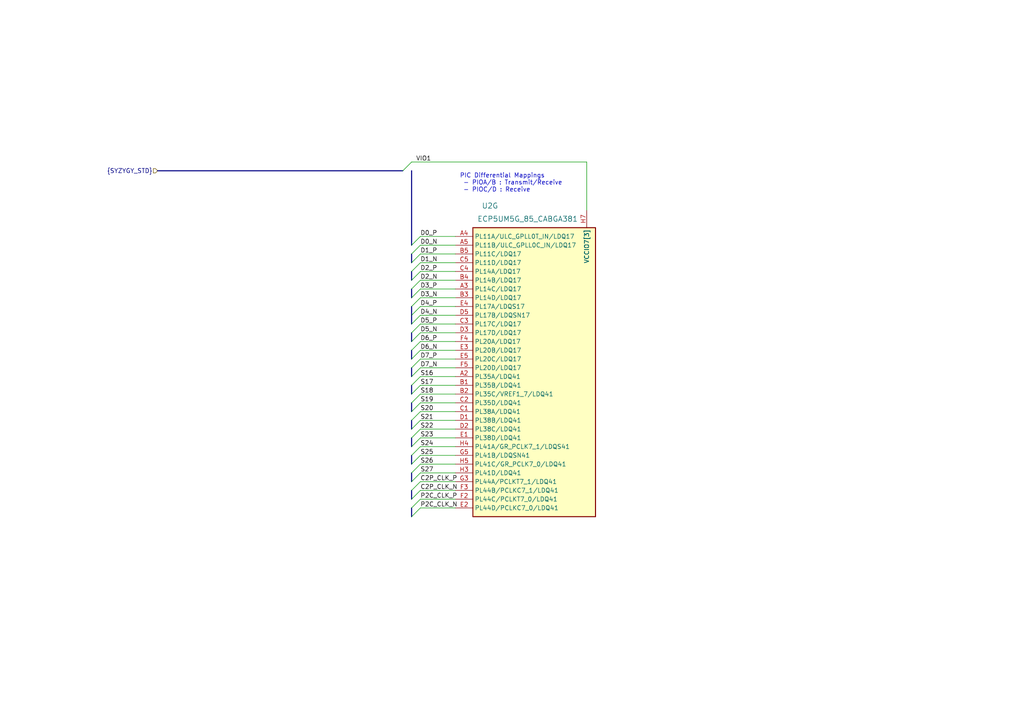
<source format=kicad_sch>
(kicad_sch (version 20200512) (host eeschema "5.99.0-unknown-c8476d6~101~ubuntu18.04.1")
  (page 10 20)
  (paper "A4")
  (lib_symbols
    (symbol "gkl_lattice:ECP5UM5G_85_CABGA381"
      (property "Reference" "U" (at 3.81 6.35 0))
      (property "Value" "ECP5UM5G_85_CABGA381" (at 3.81 3.81 0))
      (symbol "ECP5UM5G_85_CABGA381_1_1"
        (rectangle (start 5.08 16.51) (end 43.18 -11.43) (stroke (width 0.3048)) (fill (type background)))
        (pin power_in line (at 40.64 -16.51 90) (length 5.08) (name "GND[85]") (number "B14"))
        (pin power_in line (at 40.64 -16.51 90) (length 5.08) (name "GND[85]") (number "B7"))
        (pin power_in line (at 40.64 -16.51 90) (length 5.08) (name "GND[85]") (number "C19"))
        (pin power_in line (at 40.64 -16.51 90) (length 5.08) (name "GND[85]") (number "D4"))
        (pin power_in line (at 40.64 -16.51 90) (length 5.08) (name "GND[85]") (number "F13"))
        (pin power_in line (at 40.64 -16.51 90) (length 5.08) (name "GND[85]") (number "F14"))
        (pin power_in line (at 17.78 21.59 270) (length 5.08) (name "VCCAUX[4]") (number "F15"))
        (pin power_in line (at 17.78 21.59 270) (length 5.08) (name "VCCAUX[4]") (number "F6"))
        (pin power_in line (at 40.64 -16.51 90) (length 5.08) (name "GND[85]") (number "F7"))
        (pin power_in line (at 40.64 -16.51 90) (length 5.08) (name "GND[85]") (number "F8"))
        (pin power_in line (at 40.64 -16.51 90) (length 5.08) (name "GND[85]") (number "G10"))
        (pin power_in line (at 40.64 -16.51 90) (length 5.08) (name "GND[85]") (number "G11"))
        (pin power_in line (at 40.64 -16.51 90) (length 5.08) (name "GND[85]") (number "G12"))
        (pin power_in line (at 40.64 -16.51 90) (length 5.08) (name "GND[85]") (number "G13"))
        (pin power_in line (at 40.64 -16.51 90) (length 5.08) (name "GND[85]") (number "G14"))
        (pin power_in line (at 40.64 -16.51 90) (length 5.08) (name "GND[85]") (number "G15"))
        (pin power_in line (at 40.64 -16.51 90) (length 5.08) (name "GND[85]") (number "G17"))
        (pin power_in line (at 40.64 -16.51 90) (length 5.08) (name "GND[85]") (number "G4"))
        (pin power_in line (at 40.64 -16.51 90) (length 5.08) (name "GND[85]") (number "G6"))
        (pin power_in line (at 40.64 -16.51 90) (length 5.08) (name "GND[85]") (number "G7"))
        (pin power_in line (at 40.64 -16.51 90) (length 5.08) (name "GND[85]") (number "G8"))
        (pin power_in line (at 40.64 -16.51 90) (length 5.08) (name "GND[85]") (number "G9"))
        (pin power_in line (at 40.64 21.59 270) (length 5.08) (name "VCC[20]") (number "H10"))
        (pin power_in line (at 40.64 21.59 270) (length 5.08) (name "VCC[20]") (number "H11"))
        (pin power_in line (at 40.64 21.59 270) (length 5.08) (name "VCC[20]") (number "H12"))
        (pin power_in line (at 40.64 21.59 270) (length 5.08) (name "VCC[20]") (number "H13"))
        (pin power_in line (at 40.64 -16.51 90) (length 5.08) (name "GND[85]") (number "H19"))
        (pin power_in line (at 40.64 21.59 270) (length 5.08) (name "VCC[20]") (number "H8"))
        (pin power_in line (at 40.64 21.59 270) (length 5.08) (name "VCC[20]") (number "H9"))
        (pin power_in line (at 40.64 -16.51 90) (length 5.08) (name "GND[85]") (number "J10"))
        (pin power_in line (at 40.64 -16.51 90) (length 5.08) (name "GND[85]") (number "J11"))
        (pin power_in line (at 40.64 -16.51 90) (length 5.08) (name "GND[85]") (number "J12"))
        (pin power_in line (at 40.64 21.59 270) (length 5.08) (name "VCC[20]") (number "J13"))
        (pin power_in line (at 40.64 -16.51 90) (length 5.08) (name "GND[85]") (number "J14"))
        (pin power_in line (at 40.64 -16.51 90) (length 5.08) (name "GND[85]") (number "J2"))
        (pin power_in line (at 40.64 -16.51 90) (length 5.08) (name "GND[85]") (number "J7"))
        (pin power_in line (at 40.64 21.59 270) (length 5.08) (name "VCC[20]") (number "J8"))
        (pin power_in line (at 40.64 -16.51 90) (length 5.08) (name "GND[85]") (number "J9"))
        (pin power_in line (at 40.64 -16.51 90) (length 5.08) (name "GND[85]") (number "K10"))
        (pin power_in line (at 40.64 -16.51 90) (length 5.08) (name "GND[85]") (number "K11"))
        (pin power_in line (at 40.64 -16.51 90) (length 5.08) (name "GND[85]") (number "K12"))
        (pin power_in line (at 40.64 21.59 270) (length 5.08) (name "VCC[20]") (number "K13"))
        (pin power_in line (at 40.64 -16.51 90) (length 5.08) (name "GND[85]") (number "K14"))
        (pin power_in line (at 40.64 -16.51 90) (length 5.08) (name "GND[85]") (number "K15"))
        (pin power_in line (at 40.64 -16.51 90) (length 5.08) (name "GND[85]") (number "K6"))
        (pin power_in line (at 40.64 -16.51 90) (length 5.08) (name "GND[85]") (number "K7"))
        (pin power_in line (at 40.64 21.59 270) (length 5.08) (name "VCC[20]") (number "K8"))
        (pin power_in line (at 40.64 -16.51 90) (length 5.08) (name "GND[85]") (number "K9"))
        (pin power_in line (at 40.64 -16.51 90) (length 5.08) (name "GND[85]") (number "L10"))
        (pin power_in line (at 40.64 -16.51 90) (length 5.08) (name "GND[85]") (number "L11"))
        (pin power_in line (at 40.64 -16.51 90) (length 5.08) (name "GND[85]") (number "L12"))
        (pin power_in line (at 40.64 21.59 270) (length 5.08) (name "VCC[20]") (number "L13"))
        (pin power_in line (at 40.64 21.59 270) (length 5.08) (name "VCC[20]") (number "L8"))
        (pin power_in line (at 40.64 -16.51 90) (length 5.08) (name "GND[85]") (number "L9"))
        (pin power_in line (at 40.64 -16.51 90) (length 5.08) (name "GND[85]") (number "M10"))
        (pin power_in line (at 40.64 -16.51 90) (length 5.08) (name "GND[85]") (number "M11"))
        (pin power_in line (at 40.64 -16.51 90) (length 5.08) (name "GND[85]") (number "M12"))
        (pin power_in line (at 40.64 21.59 270) (length 5.08) (name "VCC[20]") (number "M13"))
        (pin power_in line (at 40.64 -16.51 90) (length 5.08) (name "GND[85]") (number "M14"))
        (pin power_in line (at 40.64 -16.51 90) (length 5.08) (name "GND[85]") (number "M16"))
        (pin power_in line (at 40.64 -16.51 90) (length 5.08) (name "GND[85]") (number "M2"))
        (pin power_in line (at 40.64 -16.51 90) (length 5.08) (name "GND[85]") (number "M7"))
        (pin power_in line (at 40.64 21.59 270) (length 5.08) (name "VCC[20]") (number "M8"))
        (pin power_in line (at 40.64 -16.51 90) (length 5.08) (name "GND[85]") (number "M9"))
        (pin power_in line (at 40.64 21.59 270) (length 5.08) (name "VCC[20]") (number "N10"))
        (pin power_in line (at 40.64 21.59 270) (length 5.08) (name "VCC[20]") (number "N11"))
        (pin power_in line (at 40.64 21.59 270) (length 5.08) (name "VCC[20]") (number "N12"))
        (pin power_in line (at 40.64 21.59 270) (length 5.08) (name "VCC[20]") (number "N13"))
        (pin power_in line (at 40.64 -16.51 90) (length 5.08) (name "GND[85]") (number "N14"))
        (pin power_in line (at 40.64 -16.51 90) (length 5.08) (name "GND[85]") (number "N15"))
        (pin power_in line (at 40.64 -16.51 90) (length 5.08) (name "GND[85]") (number "N6"))
        (pin power_in line (at 40.64 -16.51 90) (length 5.08) (name "GND[85]") (number "N7"))
        (pin power_in line (at 40.64 21.59 270) (length 5.08) (name "VCC[20]") (number "N8"))
        (pin power_in line (at 40.64 21.59 270) (length 5.08) (name "VCC[20]") (number "N9"))
        (pin power_in line (at 40.64 -16.51 90) (length 5.08) (name "GND[85]") (number "P11"))
        (pin power_in line (at 40.64 -16.51 90) (length 5.08) (name "GND[85]") (number "P12"))
        (pin power_in line (at 40.64 -16.51 90) (length 5.08) (name "GND[85]") (number "P13"))
        (pin power_in line (at 40.64 -16.51 90) (length 5.08) (name "GND[85]") (number "P14"))
        (pin power_in line (at 17.78 21.59 270) (length 5.08) (name "VCCAUX[4]") (number "P15"))
        (pin power_in line (at 17.78 21.59 270) (length 5.08) (name "VCCAUX[4]") (number "P6"))
        (pin power_in line (at 40.64 -16.51 90) (length 5.08) (name "GND[85]") (number "P7"))
        (pin power_in line (at 40.64 -16.51 90) (length 5.08) (name "GND[85]") (number "P8"))
        (pin power_in line (at 40.64 -16.51 90) (length 5.08) (name "GND[85]") (number "R19"))
        (pin power_in line (at 35.56 21.59 270) (length 5.08) (name "VCCHTX1_D0CH1") (number "T10"))
        (pin power_in line (at 33.02 21.59 270) (length 5.08) (name "VCCHTX0_D1CH0") (number "T11"))
        (pin power_in line (at 22.86 21.59 270) (length 5.08) (name "VCCHRX0_D1CH0") (number "T12"))
        (pin power_in line (at 27.94 21.59 270) (length 5.08) (name "VCCHRX1_D1CH1") (number "T13"))
        (pin power_in line (at 38.1 21.59 270) (length 5.08) (name "VCCHTX1_D1CH1") (number "T14"))
        (pin power_in line (at 10.16 21.59 270) (length 5.08) (name "VCCA1[2]") (number "T15"))
        (pin power_in line (at 7.62 21.59 270) (length 5.08) (name "VCCA0[2]") (number "T6"))
        (pin power_in line (at 30.48 21.59 270) (length 5.08) (name "VCCHTX0_D0CH0") (number "T7"))
        (pin power_in line (at 20.32 21.59 270) (length 5.08) (name "VCCHRX0_D0CH0") (number "T8"))
        (pin power_in line (at 25.4 21.59 270) (length 5.08) (name "VCCHRX1_D0CH1") (number "T9"))
        (pin power_in line (at 40.64 -16.51 90) (length 5.08) (name "GND[85]") (number "U10"))
        (pin power_in line (at 40.64 -16.51 90) (length 5.08) (name "GND[85]") (number "U11"))
        (pin power_in line (at 40.64 -16.51 90) (length 5.08) (name "GND[85]") (number "U12"))
        (pin power_in line (at 40.64 -16.51 90) (length 5.08) (name "GND[85]") (number "U13"))
        (pin power_in line (at 40.64 -16.51 90) (length 5.08) (name "GND[85]") (number "U14"))
        (pin power_in line (at 10.16 21.59 270) (length 5.08) (name "VCCA1[2]") (number "U15"))
        (pin power_in line (at 7.62 21.59 270) (length 5.08) (name "VCCA0[2]") (number "U6"))
        (pin power_in line (at 40.64 -16.51 90) (length 5.08) (name "GND[85]") (number "U7"))
        (pin power_in line (at 40.64 -16.51 90) (length 5.08) (name "GND[85]") (number "U8"))
        (pin power_in line (at 40.64 -16.51 90) (length 5.08) (name "GND[85]") (number "U9"))
        (pin power_in line (at 12.7 21.59 270) (length 5.08) (name "VCCAUXA0[2]") (number "V10"))
        (pin power_in line (at 12.7 21.59 270) (length 5.08) (name "VCCAUXA0[2]") (number "V11"))
        (pin power_in line (at 40.64 -16.51 90) (length 5.08) (name "GND[85]") (number "V12"))
        (pin power_in line (at 40.64 -16.51 90) (length 5.08) (name "GND[85]") (number "V13"))
        (pin power_in line (at 40.64 -16.51 90) (length 5.08) (name "GND[85]") (number "V14"))
        (pin power_in line (at 40.64 -16.51 90) (length 5.08) (name "GND[85]") (number "V15"))
        (pin power_in line (at 40.64 -16.51 90) (length 5.08) (name "GND[85]") (number "V16"))
        (pin power_in line (at 15.24 21.59 270) (length 5.08) (name "VCCAUXA1[2]") (number "V17"))
        (pin power_in line (at 15.24 21.59 270) (length 5.08) (name "VCCAUXA1[2]") (number "V18"))
        (pin power_in line (at 40.64 -16.51 90) (length 5.08) (name "GND[85]") (number "V19"))
        (pin power_in line (at 40.64 -16.51 90) (length 5.08) (name "GND[85]") (number "V20"))
        (pin power_in line (at 40.64 -16.51 90) (length 5.08) (name "GND[85]") (number "V5"))
        (pin power_in line (at 40.64 -16.51 90) (length 5.08) (name "GND[85]") (number "V6"))
        (pin power_in line (at 40.64 -16.51 90) (length 5.08) (name "GND[85]") (number "V7"))
        (pin power_in line (at 40.64 -16.51 90) (length 5.08) (name "GND[85]") (number "V8"))
        (pin power_in line (at 40.64 -16.51 90) (length 5.08) (name "GND[85]") (number "V9"))
        (pin bidirectional line (at 0 0 0) (length 5.08) (name "RESERVED") (number "W10"))
        (pin bidirectional line (at 0 -2.54 0) (length 5.08) (name "RESERVED") (number "W11"))
        (pin power_in line (at 40.64 -16.51 90) (length 5.08) (name "GND[85]") (number "W12"))
        (pin power_in line (at 40.64 -16.51 90) (length 5.08) (name "GND[85]") (number "W15"))
        (pin power_in line (at 40.64 -16.51 90) (length 5.08) (name "GND[85]") (number "W16"))
        (pin power_in line (at 40.64 -16.51 90) (length 5.08) (name "GND[85]") (number "W19"))
        (pin power_in line (at 40.64 -16.51 90) (length 5.08) (name "GND[85]") (number "W6"))
        (pin power_in line (at 40.64 -16.51 90) (length 5.08) (name "GND[85]") (number "W7"))
      )
      (symbol "ECP5UM5G_85_CABGA381_2_1"
        (rectangle (start 5.08 2.54) (end 40.64 -68.58) (stroke (width 0.3048)) (fill (type background)))
        (pin bidirectional line (at 0 -58.42 0) (length 5.08) (name "PT63A/PCLKT0_1") (number "A10"))
        (pin bidirectional line (at 0 -60.96 0) (length 5.08) (name "PT63B/PCLKC0_1") (number "A11"))
        (pin bidirectional line (at 0 0 0) (length 5.08) (name "PT4A/ULC_GPLL1T_IN") (number "A6"))
        (pin bidirectional line (at 0 -30.48 0) (length 5.08) (name "PT18A") (number "A7"))
        (pin bidirectional line (at 0 -33.02 0) (length 5.08) (name "PT18B") (number "A8"))
        (pin bidirectional line (at 0 -53.34 0) (length 5.08) (name "PT60A/GR_PCLK0_1") (number "A9"))
        (pin bidirectional line (at 0 -55.88 0) (length 5.08) (name "PT60B/GR_PCLK0_0") (number "B10"))
        (pin bidirectional line (at 0 -63.5 0) (length 5.08) (name "PT65A/PCLKT0_0") (number "B11"))
        (pin bidirectional line (at 0 -2.54 0) (length 5.08) (name "PT4B/ULC_GPLL1C_IN") (number "B6"))
        (pin bidirectional line (at 0 -27.94 0) (length 5.08) (name "PT15B") (number "B8"))
        (pin bidirectional line (at 0 -48.26 0) (length 5.08) (name "PT58A") (number "B9"))
        (pin bidirectional line (at 0 -50.8 0) (length 5.08) (name "PT58B") (number "C10"))
        (pin bidirectional line (at 0 -66.04 0) (length 5.08) (name "PT65B/PCLKC0_0") (number "C11"))
        (pin bidirectional line (at 0 -15.24 0) (length 5.08) (name "PT11A") (number "C6"))
        (pin bidirectional line (at 0 -17.78 0) (length 5.08) (name "PT11B") (number "C7"))
        (pin bidirectional line (at 0 -25.4 0) (length 5.08) (name "PT15A") (number "C8"))
        (pin bidirectional line (at 0 -40.64 0) (length 5.08) (name "PT54A") (number "C9"))
        (pin bidirectional line (at 0 -43.18 0) (length 5.08) (name "PT56A") (number "D10"))
        (pin bidirectional line (at 0 -7.62 0) (length 5.08) (name "PT6B") (number "D6"))
        (pin bidirectional line (at 0 -12.7 0) (length 5.08) (name "PT9B") (number "D7"))
        (pin bidirectional line (at 0 -22.86 0) (length 5.08) (name "PT13B") (number "D8"))
        (pin bidirectional line (at 0 -35.56 0) (length 5.08) (name "PT20A") (number "D9"))
        (pin bidirectional line (at 0 -45.72 0) (length 5.08) (name "PT56B") (number "E10"))
        (pin bidirectional line (at 0 -5.08 0) (length 5.08) (name "PT6A") (number "E6"))
        (pin bidirectional line (at 0 -10.16 0) (length 5.08) (name "PT9A") (number "E7"))
        (pin bidirectional line (at 0 -20.32 0) (length 5.08) (name "PT13A") (number "E8"))
        (pin bidirectional line (at 0 -38.1 0) (length 5.08) (name "PT20B") (number "E9"))
        (pin power_in line (at 38.1 7.62 270) (length 5.08) (name "VCCIO0[2]") (number "F10"))
        (pin power_in line (at 38.1 7.62 270) (length 5.08) (name "VCCIO0[2]") (number "F9"))
      )
      (symbol "ECP5UM5G_85_CABGA381_3_1"
        (rectangle (start 5.08 2.54) (end 40.64 -83.82) (stroke (width 0.3048)) (fill (type background)))
        (pin bidirectional line (at 0 -15.24 0) (length 5.08) (name "PT76A") (number "A12"))
        (pin bidirectional line (at 0 -17.78 0) (length 5.08) (name "PT76B") (number "A13"))
        (pin bidirectional line (at 0 -30.48 0) (length 5.08) (name "PT83A") (number "A14"))
        (pin bidirectional line (at 0 -40.64 0) (length 5.08) (name "PT103A") (number "A15"))
        (pin bidirectional line (at 0 -53.34 0) (length 5.08) (name "PT110A") (number "A16"))
        (pin bidirectional line (at 0 -68.58 0) (length 5.08) (name "PT116A") (number "A17"))
        (pin bidirectional line (at 0 -73.66 0) (length 5.08) (name "PT119A") (number "A18"))
        (pin bidirectional line (at 0 -78.74 0) (length 5.08) (name "PT121A/URC_GPLL1T_IN") (number "A19"))
        (pin bidirectional line (at 0 -5.08 0) (length 5.08) (name "PT71A/PCLKT1_0") (number "B12"))
        (pin bidirectional line (at 0 -20.32 0) (length 5.08) (name "PT78A") (number "B13"))
        (pin bidirectional line (at 0 -43.18 0) (length 5.08) (name "PT105A") (number "B15"))
        (pin bidirectional line (at 0 -55.88 0) (length 5.08) (name "PT110B") (number "B16"))
        (pin bidirectional line (at 0 -63.5 0) (length 5.08) (name "PT114A") (number "B17"))
        (pin bidirectional line (at 0 -71.12 0) (length 5.08) (name "PT116B") (number "B18"))
        (pin bidirectional line (at 0 -76.2 0) (length 5.08) (name "PT119B") (number "B19"))
        (pin bidirectional line (at 0 -81.28 0) (length 5.08) (name "PT121B/URC_GPLL1C_IN") (number "B20"))
        (pin bidirectional line (at 0 -7.62 0) (length 5.08) (name "PT71B/PCLKC1_0") (number "C12"))
        (pin bidirectional line (at 0 -22.86 0) (length 5.08) (name "PT78B") (number "C13"))
        (pin bidirectional line (at 0 -33.02 0) (length 5.08) (name "PT83B") (number "C14"))
        (pin bidirectional line (at 0 -45.72 0) (length 5.08) (name "PT105B") (number "C15"))
        (pin bidirectional line (at 0 -58.42 0) (length 5.08) (name "PT112A") (number "C16"))
        (pin bidirectional line (at 0 -66.04 0) (length 5.08) (name "PT114B") (number "C17"))
        (pin bidirectional line (at 0 0 0) (length 5.08) (name "PT69A/PCLKT1_1") (number "D11"))
        (pin bidirectional line (at 0 -10.16 0) (length 5.08) (name "PT74A/GR_PCLK1_0") (number "D12"))
        (pin bidirectional line (at 0 -25.4 0) (length 5.08) (name "PT80A") (number "D13"))
        (pin bidirectional line (at 0 -35.56 0) (length 5.08) (name "PT85A") (number "D14"))
        (pin bidirectional line (at 0 -48.26 0) (length 5.08) (name "PT107A") (number "D15"))
        (pin bidirectional line (at 0 -60.96 0) (length 5.08) (name "PT112B") (number "D16"))
        (pin bidirectional line (at 0 -2.54 0) (length 5.08) (name "PT69B/PCLKC1_1") (number "E11"))
        (pin bidirectional line (at 0 -12.7 0) (length 5.08) (name "PT74B/GR_PCLK1_1") (number "E12"))
        (pin bidirectional line (at 0 -27.94 0) (length 5.08) (name "PT80B") (number "E13"))
        (pin bidirectional line (at 0 -38.1 0) (length 5.08) (name "PT85B") (number "E14"))
        (pin bidirectional line (at 0 -50.8 0) (length 5.08) (name "PT107B") (number "E15"))
        (pin power_in line (at 38.1 7.62 270) (length 5.08) (name "VCCIO1[2]") (number "F11"))
        (pin power_in line (at 38.1 7.62 270) (length 5.08) (name "VCCIO1[2]") (number "F12"))
      )
      (symbol "ECP5UM5G_85_CABGA381_4_1"
        (rectangle (start 5.08 2.54) (end 40.64 -86.36) (stroke (width 0.3048)) (fill (type background)))
        (pin bidirectional line (at 0 0 0) (length 5.08) (name "PR11A/URC_GPLL0T_IN/RDQ17") (number "C18"))
        (pin bidirectional line (at 0 -45.72 0) (length 5.08) (name "PR35A/RDQ41") (number "C20"))
        (pin bidirectional line (at 0 -2.54 0) (length 5.08) (name "PR11B/URC_GPLL0C_IN/RDQ17") (number "D17"))
        (pin bidirectional line (at 0 -10.16 0) (length 5.08) (name "PR14A/RDQ17") (number "D18"))
        (pin bidirectional line (at 0 -48.26 0) (length 5.08) (name "PR35B/RDQ41") (number "D19"))
        (pin bidirectional line (at 0 -50.8 0) (length 5.08) (name "PR35C/VREF1_2/RDQ41") (number "D20"))
        (pin bidirectional line (at 0 -5.08 0) (length 5.08) (name "PR11C/RDQ17") (number "E16"))
        (pin bidirectional line (at 0 -12.7 0) (length 5.08) (name "PR14B/RDQ17") (number "E17"))
        (pin bidirectional line (at 0 -15.24 0) (length 5.08) (name "PR14C/RDQ17") (number "E18"))
        (pin bidirectional line (at 0 -53.34 0) (length 5.08) (name "PR35D/RDQ41") (number "E19"))
        (pin bidirectional line (at 0 -55.88 0) (length 5.08) (name "PR38A/RDQ41") (number "E20"))
        (pin bidirectional line (at 0 -7.62 0) (length 5.08) (name "PR11D/RDQ17") (number "F16"))
        (pin bidirectional line (at 0 -20.32 0) (length 5.08) (name "PR17A/RDQS17") (number "F17"))
        (pin bidirectional line (at 0 -17.78 0) (length 5.08) (name "PR14D/RDQ17") (number "F18"))
        (pin bidirectional line (at 0 -58.42 0) (length 5.08) (name "PR38B/RDQ41") (number "F19"))
        (pin bidirectional line (at 0 -60.96 0) (length 5.08) (name "PR38C/RDQ41") (number "F20"))
        (pin bidirectional line (at 0 -25.4 0) (length 5.08) (name "PR17C/RDQ17") (number "G16"))
        (pin bidirectional line (at 0 -22.86 0) (length 5.08) (name "PR17B/RDQSN17") (number "G18"))
        (pin bidirectional line (at 0 -66.04 0) (length 5.08) (name "PR41A/GR_PCLK2_1/RDQS41") (number "G19"))
        (pin bidirectional line (at 0 -63.5 0) (length 5.08) (name "PR38D/RDQ41") (number "G20"))
        (pin power_in line (at 38.1 7.62 270) (length 5.08) (name "VCCIO2[3]") (number "H14"))
        (pin power_in line (at 38.1 7.62 270) (length 5.08) (name "VCCIO2[3]") (number "H15"))
        (pin bidirectional line (at 0 -27.94 0) (length 5.08) (name "PR17D/RDQ17") (number "H16"))
        (pin bidirectional line (at 0 -33.02 0) (length 5.08) (name "PR20B/RDQ17") (number "H17"))
        (pin bidirectional line (at 0 -30.48 0) (length 5.08) (name "PR20A/RDQ17") (number "H18"))
        (pin bidirectional line (at 0 -68.58 0) (length 5.08) (name "PR41B/RDQSN41") (number "H20"))
        (pin power_in line (at 38.1 7.62 270) (length 5.08) (name "VCCIO2[3]") (number "J15"))
        (pin bidirectional line (at 0 -38.1 0) (length 5.08) (name "PR20D/RDQ17") (number "J16"))
        (pin bidirectional line (at 0 -35.56 0) (length 5.08) (name "PR20C/RDQ17") (number "J17"))
        (pin bidirectional line (at 0 -71.12 0) (length 5.08) (name "PR41C/GR_PCLK2_0/RDQ41") (number "J18"))
        (pin bidirectional line (at 0 -76.2 0) (length 5.08) (name "PR44A/PCLKT2_1/RDQ41") (number "J19"))
        (pin bidirectional line (at 0 -81.28 0) (length 5.08) (name "PR44C/PCLKT2_0/RDQ41") (number "J20"))
        (pin bidirectional line (at 0 -40.64 0) (length 5.08) (name "PR29A/RDQS29") (number "K16"))
        (pin bidirectional line (at 0 -43.18 0) (length 5.08) (name "PR29B/RDQSN29") (number "K17"))
        (pin bidirectional line (at 0 -73.66 0) (length 5.08) (name "PR41D/RDQ41") (number "K18"))
        (pin bidirectional line (at 0 -78.74 0) (length 5.08) (name "PR44B/PCLKC2_1/RDQ41") (number "K19"))
        (pin bidirectional line (at 0 -83.82 0) (length 5.08) (name "PR44D/PCLKC2_0/RDQ41") (number "K20"))
      )
      (symbol "ECP5UM5G_85_CABGA381_5_1"
        (rectangle (start 5.08 2.54) (end 40.64 -83.82) (stroke (width 0.3048)) (fill (type background)))
        (pin power_in line (at 38.1 7.62 270) (length 5.08) (name "VCCIO3[3]") (number "L14"))
        (pin power_in line (at 38.1 7.62 270) (length 5.08) (name "VCCIO3[3]") (number "L15"))
        (pin bidirectional line (at 0 -10.16 0) (length 5.08) (name "PR50A/GR_PCLK3_0/RDQ53") (number "L16"))
        (pin bidirectional line (at 0 -12.7 0) (length 5.08) (name "PR50B/RDQ53") (number "L17"))
        (pin bidirectional line (at 0 -15.24 0) (length 5.08) (name "PR50C/GR_PCLK3_1/RDQ53") (number "L18"))
        (pin bidirectional line (at 0 -5.08 0) (length 5.08) (name "PR47C/PCLKT3_0/RDQ53") (number "L19"))
        (pin bidirectional line (at 0 0 0) (length 5.08) (name "PR47A/PCLKT3_1/RDQ53") (number "L20"))
        (pin power_in line (at 38.1 7.62 270) (length 5.08) (name "VCCIO3[3]") (number "M15"))
        (pin bidirectional line (at 0 -22.86 0) (length 5.08) (name "PR53B/RDQSN53") (number "M17"))
        (pin bidirectional line (at 0 -17.78 0) (length 5.08) (name "PR50D/RDQ53") (number "M18"))
        (pin bidirectional line (at 0 -7.62 0) (length 5.08) (name "PR47D/PCLKC3_0/RDQ53") (number "M19"))
        (pin bidirectional line (at 0 -2.54 0) (length 5.08) (name "PR47B/PCLKC3_1/RDQ53") (number "M20"))
        (pin bidirectional line (at 0 -20.32 0) (length 5.08) (name "PR53A/RDQS53") (number "N16"))
        (pin bidirectional line (at 0 -30.48 0) (length 5.08) (name "PR56A/RDQ53") (number "N17"))
        (pin bidirectional line (at 0 -25.4 0) (length 5.08) (name "PR53C/RDQ53") (number "N18"))
        (pin bidirectional line (at 0 -43.18 0) (length 5.08) (name "PR83A/RDQ89") (number "N19"))
        (pin bidirectional line (at 0 -45.72 0) (length 5.08) (name "PR83B/RDQ89") (number "N20"))
        (pin bidirectional line (at 0 -33.02 0) (length 5.08) (name "PR56B/VREF1_3/RDQ53") (number "P16"))
        (pin bidirectional line (at 0 -27.94 0) (length 5.08) (name "PR53D/RDQ53") (number "P17"))
        (pin bidirectional line (at 0 -50.8 0) (length 5.08) (name "PR83D/RDQ89") (number "P18"))
        (pin bidirectional line (at 0 -48.26 0) (length 5.08) (name "PR83C/RDQ89") (number "P19"))
        (pin bidirectional line (at 0 -53.34 0) (length 5.08) (name "PR86A/RDQ89") (number "P20"))
        (pin bidirectional line (at 0 -35.56 0) (length 5.08) (name "PR56C/RDQ53") (number "R16"))
        (pin bidirectional line (at 0 -38.1 0) (length 5.08) (name "PR56D/RDQ53") (number "R17"))
        (pin bidirectional line (at 0 -66.04 0) (length 5.08) (name "PR89B/RDQSN89") (number "R18"))
        (pin bidirectional line (at 0 -55.88 0) (length 5.08) (name "PR86B/RDQ89") (number "R20"))
        (pin bidirectional line (at 0 -40.64 0) (length 5.08) (name "PR77A/RDQS77") (number "T16"))
        (pin bidirectional line (at 0 -81.28 0) (length 5.08) (name "PR92D/LRC_GPLL0C_IN/RDQ89") (number "T17"))
        (pin bidirectional line (at 0 -71.12 0) (length 5.08) (name "PR89D/RDQ89") (number "T18"))
        (pin bidirectional line (at 0 -63.5 0) (length 5.08) (name "PR89A/RDQS89") (number "T19"))
        (pin bidirectional line (at 0 -58.42 0) (length 5.08) (name "PR86C/RDQ89") (number "T20"))
        (pin bidirectional line (at 0 -78.74 0) (length 5.08) (name "PR92C/LRC_GPLL0T_IN/RDQ89") (number "U16"))
        (pin bidirectional line (at 0 -76.2 0) (length 5.08) (name "PR92B/RDQ89") (number "U17"))
        (pin bidirectional line (at 0 -73.66 0) (length 5.08) (name "PR92A/RDQ89") (number "U18"))
        (pin bidirectional line (at 0 -68.58 0) (length 5.08) (name "PR89C/RDQ89") (number "U19"))
        (pin bidirectional line (at 0 -60.96 0) (length 5.08) (name "PR86D/RDQ89") (number "U20"))
      )
      (symbol "ECP5UM5G_85_CABGA381_6_1"
        (rectangle (start 5.08 2.54) (end 40.64 -83.82) (stroke (width 0.3048)) (fill (type background)))
        (pin bidirectional line (at 0 -2.54 0) (length 5.08) (name "PL47B/PCLKC6_1/LDQ53") (number "F1"))
        (pin bidirectional line (at 0 -7.62 0) (length 5.08) (name "PL47D/PCLKC6_0/LDQ53") (number "G1"))
        (pin bidirectional line (at 0 0 0) (length 5.08) (name "PL47A/PCLKT6_1/LDQ53") (number "G2"))
        (pin bidirectional line (at 0 -25.4 0) (length 5.08) (name "PL53C/LDQ53") (number "H1"))
        (pin bidirectional line (at 0 -5.08 0) (length 5.08) (name "PL47C/PCLKT6_0/LDQ53") (number "H2"))
        (pin bidirectional line (at 0 -22.86 0) (length 5.08) (name "PL53B/LDQSN53") (number "J1"))
        (pin bidirectional line (at 0 -15.24 0) (length 5.08) (name "PL50C/GR_PCLK6_1/LDQ53") (number "J3"))
        (pin bidirectional line (at 0 -10.16 0) (length 5.08) (name "PL50A/GR_PCLK6_0/LDQ53") (number "J4"))
        (pin bidirectional line (at 0 -12.7 0) (length 5.08) (name "PL50B/LDQ53") (number "J5"))
        (pin bidirectional line (at 0 -27.94 0) (length 5.08) (name "PL53D/LDQ53") (number "K1"))
        (pin bidirectional line (at 0 -20.32 0) (length 5.08) (name "PL53A/LDQS53") (number "K2"))
        (pin bidirectional line (at 0 -17.78 0) (length 5.08) (name "PL50D/LDQ53") (number "K3"))
        (pin bidirectional line (at 0 -30.48 0) (length 5.08) (name "PL56A/LDQ53") (number "K4"))
        (pin bidirectional line (at 0 -33.02 0) (length 5.08) (name "PL56B/VREF1_6/LDQ53") (number "K5"))
        (pin bidirectional line (at 0 -68.58 0) (length 5.08) (name "PL89C/LDQ89") (number "L1"))
        (pin bidirectional line (at 0 -60.96 0) (length 5.08) (name "PL86D/LDQ89") (number "L2"))
        (pin bidirectional line (at 0 -58.42 0) (length 5.08) (name "PL86C/LDQ89") (number "L3"))
        (pin bidirectional line (at 0 -35.56 0) (length 5.08) (name "PL56C/LDQ53") (number "L4"))
        (pin bidirectional line (at 0 -38.1 0) (length 5.08) (name "PL56D/LDQ53") (number "L5"))
        (pin power_in line (at 38.1 7.62 270) (length 5.08) (name "VCCIO6[3]") (number "L6"))
        (pin power_in line (at 38.1 7.62 270) (length 5.08) (name "VCCIO6[3]") (number "L7"))
        (pin bidirectional line (at 0 -66.04 0) (length 5.08) (name "PL89B/LDQSN89") (number "M1"))
        (pin bidirectional line (at 0 -55.88 0) (length 5.08) (name "PL86B/LDQ89") (number "M3"))
        (pin bidirectional line (at 0 -43.18 0) (length 5.08) (name "PL83A/LDQ89") (number "M4"))
        (pin bidirectional line (at 0 -40.64 0) (length 5.08) (name "PL77A/LDQS77") (number "M5"))
        (pin power_in line (at 38.1 7.62 270) (length 5.08) (name "VCCIO6[3]") (number "M6"))
        (pin bidirectional line (at 0 -71.12 0) (length 5.08) (name "PL89D/LDQ89") (number "N1"))
        (pin bidirectional line (at 0 -63.5 0) (length 5.08) (name "PL89A/LDQS89") (number "N2"))
        (pin bidirectional line (at 0 -53.34 0) (length 5.08) (name "PL86A/LDQ89") (number "N3"))
        (pin bidirectional line (at 0 -48.26 0) (length 5.08) (name "PL83C/LDQ89") (number "N4"))
        (pin bidirectional line (at 0 -45.72 0) (length 5.08) (name "PL83B/LDQ89") (number "N5"))
        (pin bidirectional line (at 0 -73.66 0) (length 5.08) (name "PL92A/LDQ89") (number "P1"))
        (pin bidirectional line (at 0 -76.2 0) (length 5.08) (name "PL92B/LDQ89") (number "P2"))
        (pin bidirectional line (at 0 -78.74 0) (length 5.08) (name "PL92C/LLC_GPLL0T_IN/LDQ89") (number "P3"))
        (pin bidirectional line (at 0 -81.28 0) (length 5.08) (name "PL92D/LLC_GPLL0C_IN/LDQ89") (number "P4"))
        (pin bidirectional line (at 0 -50.8 0) (length 5.08) (name "PL83D/LDQ89") (number "P5"))
      )
      (symbol "ECP5UM5G_85_CABGA381_7_1"
        (rectangle (start 5.08 2.54) (end 40.64 -81.28) (stroke (width 0.3048)) (fill (type background)))
        (pin bidirectional line (at 0 -40.64 0) (length 5.08) (name "PL35A/LDQ41") (number "A2"))
        (pin bidirectional line (at 0 -15.24 0) (length 5.08) (name "PL14C/LDQ17") (number "A3"))
        (pin bidirectional line (at 0 0 0) (length 5.08) (name "PL11A/ULC_GPLL0T_IN/LDQ17") (number "A4"))
        (pin bidirectional line (at 0 -2.54 0) (length 5.08) (name "PL11B/ULC_GPLL0C_IN/LDQ17") (number "A5"))
        (pin bidirectional line (at 0 -43.18 0) (length 5.08) (name "PL35B/LDQ41") (number "B1"))
        (pin bidirectional line (at 0 -45.72 0) (length 5.08) (name "PL35C/VREF1_7/LDQ41") (number "B2"))
        (pin bidirectional line (at 0 -17.78 0) (length 5.08) (name "PL14D/LDQ17") (number "B3"))
        (pin bidirectional line (at 0 -12.7 0) (length 5.08) (name "PL14B/LDQ17") (number "B4"))
        (pin bidirectional line (at 0 -5.08 0) (length 5.08) (name "PL11C/LDQ17") (number "B5"))
        (pin bidirectional line (at 0 -50.8 0) (length 5.08) (name "PL38A/LDQ41") (number "C1"))
        (pin bidirectional line (at 0 -48.26 0) (length 5.08) (name "PL35D/LDQ41") (number "C2"))
        (pin bidirectional line (at 0 -25.4 0) (length 5.08) (name "PL17C/LDQ17") (number "C3"))
        (pin bidirectional line (at 0 -10.16 0) (length 5.08) (name "PL14A/LDQ17") (number "C4"))
        (pin bidirectional line (at 0 -7.62 0) (length 5.08) (name "PL11D/LDQ17") (number "C5"))
        (pin bidirectional line (at 0 -53.34 0) (length 5.08) (name "PL38B/LDQ41") (number "D1"))
        (pin bidirectional line (at 0 -55.88 0) (length 5.08) (name "PL38C/LDQ41") (number "D2"))
        (pin bidirectional line (at 0 -27.94 0) (length 5.08) (name "PL17D/LDQ17") (number "D3"))
        (pin bidirectional line (at 0 -22.86 0) (length 5.08) (name "PL17B/LDQSN17") (number "D5"))
        (pin bidirectional line (at 0 -58.42 0) (length 5.08) (name "PL38D/LDQ41") (number "E1"))
        (pin bidirectional line (at 0 -78.74 0) (length 5.08) (name "PL44D/PCLKC7_0/LDQ41") (number "E2"))
        (pin bidirectional line (at 0 -33.02 0) (length 5.08) (name "PL20B/LDQ17") (number "E3"))
        (pin bidirectional line (at 0 -20.32 0) (length 5.08) (name "PL17A/LDQS17") (number "E4"))
        (pin bidirectional line (at 0 -35.56 0) (length 5.08) (name "PL20C/LDQ17") (number "E5"))
        (pin bidirectional line (at 0 -76.2 0) (length 5.08) (name "PL44C/PCLKT7_0/LDQ41") (number "F2"))
        (pin bidirectional line (at 0 -73.66 0) (length 5.08) (name "PL44B/PCLKC7_1/LDQ41") (number "F3"))
        (pin bidirectional line (at 0 -30.48 0) (length 5.08) (name "PL20A/LDQ17") (number "F4"))
        (pin bidirectional line (at 0 -38.1 0) (length 5.08) (name "PL20D/LDQ17") (number "F5"))
        (pin bidirectional line (at 0 -71.12 0) (length 5.08) (name "PL44A/PCLKT7_1/LDQ41") (number "G3"))
        (pin bidirectional line (at 0 -63.5 0) (length 5.08) (name "PL41B/LDQSN41") (number "G5"))
        (pin bidirectional line (at 0 -68.58 0) (length 5.08) (name "PL41D/LDQ41") (number "H3"))
        (pin bidirectional line (at 0 -60.96 0) (length 5.08) (name "PL41A/GR_PCLK7_1/LDQS41") (number "H4"))
        (pin bidirectional line (at 0 -66.04 0) (length 5.08) (name "PL41C/GR_PCLK7_0/LDQ41") (number "H5"))
        (pin power_in line (at 38.1 7.62 270) (length 5.08) (name "VCCIO7[3]") (number "H6"))
        (pin power_in line (at 38.1 7.62 270) (length 5.08) (name "VCCIO7[3]") (number "H7"))
        (pin power_in line (at 38.1 7.62 270) (length 5.08) (name "VCCIO7[3]") (number "J6"))
      )
      (symbol "ECP5UM5G_85_CABGA381_8_1"
        (rectangle (start 5.08 2.54) (end 45.72 -50.8) (stroke (width 0.3048)) (fill (type background)))
        (pin power_in line (at 43.18 7.62 270) (length 5.08) (name "VCCIO8[2]") (number "P10"))
        (pin power_in line (at 43.18 7.62 270) (length 5.08) (name "VCCIO8[2]") (number "P9"))
        (pin bidirectional line (at 0 -15.24 0) (length 5.08) (name "PB4A/D7/IO7") (number "R1"))
        (pin bidirectional line (at 0 -40.64 0) (length 5.08) (name "PB15A/HOLDN/DI/BUSY/CSSPIN/CEN") (number "R2"))
        (pin bidirectional line (at 0 -43.18 0) (length 5.08) (name "PB15B/DOUT/CSON") (number "R3"))
        (pin bidirectional line (at 0 -7.62 0) (length 5.08) (name "CFG_2") (number "R4"))
        (pin bidirectional line (at 0 -17.78 0) (length 5.08) (name "PB4B/D6/IO6") (number "T1"))
        (pin bidirectional line (at 0 -35.56 0) (length 5.08) (name "PB13A/SN/CSN") (number "T2"))
        (pin bidirectional line (at 0 -45.72 0) (length 5.08) (name "PB18A/WRITEN") (number "T3"))
        (pin bidirectional line (at 0 -5.08 0) (length 5.08) (name "CFG_1") (number "T4"))
        (pin bidirectional line (at 0 -20.32 0) (length 5.08) (name "PB6A/D5/MISO2/IO5") (number "U1"))
        (pin bidirectional line (at 0 -38.1 0) (length 5.08) (name "PB13B/CS1N") (number "U2"))
        (pin bidirectional line (at 0 0 0) (length 5.08) (name "CCLK/MCLK/SCK") (number "U3"))
        (pin bidirectional line (at 0 -2.54 0) (length 5.08) (name "CFG_0") (number "U4"))
        (pin bidirectional line (at 0 -22.86 0) (length 5.08) (name "PB6B/D4/MOSI2/IO4") (number "V1"))
        (pin bidirectional line (at 0 -30.48 0) (length 5.08) (name "PB11A/D1/MISO/IO1") (number "V2"))
        (pin bidirectional line (at 0 -12.7 0) (length 5.08) (name "INITN") (number "V3"))
        (pin bidirectional line (at 0 -25.4 0) (length 5.08) (name "PB9A/D3/IO3") (number "W1"))
        (pin bidirectional line (at 0 -33.02 0) (length 5.08) (name "PB11B/D0/MOSI/IO0") (number "W2"))
        (pin bidirectional line (at 0 -48.26 0) (length 5.08) (name "PROGRAMN") (number "W3"))
        (pin bidirectional line (at 0 -27.94 0) (length 5.08) (name "PB9B/D2/IO2") (number "Y2"))
        (pin bidirectional line (at 0 -10.16 0) (length 5.08) (name "DONE") (number "Y3"))
      )
      (symbol "ECP5UM5G_85_CABGA381_9_1"
        (rectangle (start 5.08 2.54) (end 12.7 -10.16) (stroke (width 0.3048)) (fill (type background)))
        (pin bidirectional line (at 0 -2.54 0) (length 5.08) (name "TDI") (number "R5"))
        (pin bidirectional line (at 0 0 0) (length 5.08) (name "TCK") (number "T5"))
        (pin bidirectional line (at 0 -7.62 0) (length 5.08) (name "TMS") (number "U5"))
        (pin bidirectional line (at 0 -5.08 0) (length 5.08) (name "TDO") (number "V4"))
      )
      (symbol "ECP5UM5G_85_CABGA381_10_1"
        (rectangle (start 5.08 5.08) (end 27.94 -27.94) (stroke (width 0.3048)) (fill (type background)))
        (pin bidirectional line (at 0 -10.16 0) (length 5.08) (name "HDTXP0_D0CH0") (number "W4"))
        (pin bidirectional line (at 0 -12.7 0) (length 5.08) (name "HDTXN0_D0CH0") (number "W5"))
        (pin bidirectional line (at 0 -15.24 0) (length 5.08) (name "HDTXP0_D0CH1") (number "W8"))
        (pin bidirectional line (at 0 -17.78 0) (length 5.08) (name "HDTXN0_D0CH1") (number "W9"))
        (pin bidirectional line (at 0 -22.86 0) (length 5.08) (name "REFCLKP_D0") (number "Y11"))
        (pin bidirectional line (at 0 -25.4 0) (length 5.08) (name "REFCLKN_D0") (number "Y12"))
        (pin bidirectional line (at 0 2.54 0) (length 5.08) (name "HDRXP0_D0CH0") (number "Y5"))
        (pin bidirectional line (at 0 0 0) (length 5.08) (name "HDRXN0_D0CH0") (number "Y6"))
        (pin bidirectional line (at 0 -2.54 0) (length 5.08) (name "HDRXP0_D0CH1") (number "Y7"))
        (pin bidirectional line (at 0 -5.08 0) (length 5.08) (name "HDRXN0_D0CH1") (number "Y8"))
      )
      (symbol "ECP5UM5G_85_CABGA381_11_1"
        (rectangle (start 5.08 5.08) (end 27.94 -27.94) (stroke (width 0.3048)) (fill (type background)))
        (pin bidirectional line (at 0 -10.16 0) (length 5.08) (name "HDTXP0_D1CH0") (number "W13"))
        (pin bidirectional line (at 0 -12.7 0) (length 5.08) (name "HDTXN0_D1CH0") (number "W14"))
        (pin bidirectional line (at 0 -15.24 0) (length 5.08) (name "HDTXP0_D1CH1") (number "W17"))
        (pin bidirectional line (at 0 -17.78 0) (length 5.08) (name "HDTXN0_D1CH1") (number "W18"))
        (pin bidirectional line (at 0 -25.4 0) (length 5.08) (name "REFCLKN_D1") (number "W20"))
        (pin bidirectional line (at 0 2.54 0) (length 5.08) (name "HDRXP0_D1CH0") (number "Y14"))
        (pin bidirectional line (at 0 0 0) (length 5.08) (name "HDRXN0_D1CH0") (number "Y15"))
        (pin bidirectional line (at 0 -2.54 0) (length 5.08) (name "HDRXP0_D1CH1") (number "Y16"))
        (pin bidirectional line (at 0 -5.08 0) (length 5.08) (name "HDRXN0_D1CH1") (number "Y17"))
        (pin bidirectional line (at 0 -22.86 0) (length 5.08) (name "REFCLKP_D1") (number "Y19"))
      )
    )
  )
  (bus_entry (at 116.84 49.53) (size 2.54 -2.54))
  (bus_entry (at 119.38 71.12) (size 2.54 -2.54))
  (bus_entry (at 119.38 73.66) (size 2.54 -2.54))
  (bus_entry (at 119.38 76.2) (size 2.54 -2.54))
  (bus_entry (at 119.38 78.74) (size 2.54 -2.54))
  (bus_entry (at 119.38 81.28) (size 2.54 -2.54))
  (bus_entry (at 119.38 83.82) (size 2.54 -2.54))
  (bus_entry (at 119.38 86.36) (size 2.54 -2.54))
  (bus_entry (at 119.38 88.9) (size 2.54 -2.54))
  (bus_entry (at 119.38 91.44) (size 2.54 -2.54))
  (bus_entry (at 119.38 93.98) (size 2.54 -2.54))
  (bus_entry (at 119.38 96.52) (size 2.54 -2.54))
  (bus_entry (at 119.38 99.06) (size 2.54 -2.54))
  (bus_entry (at 119.38 101.6) (size 2.54 -2.54))
  (bus_entry (at 119.38 104.14) (size 2.54 -2.54))
  (bus_entry (at 119.38 106.68) (size 2.54 -2.54))
  (bus_entry (at 119.38 109.22) (size 2.54 -2.54))
  (bus_entry (at 119.38 111.76) (size 2.54 -2.54))
  (bus_entry (at 119.38 114.3) (size 2.54 -2.54))
  (bus_entry (at 119.38 116.84) (size 2.54 -2.54))
  (bus_entry (at 119.38 119.38) (size 2.54 -2.54))
  (bus_entry (at 119.38 121.92) (size 2.54 -2.54))
  (bus_entry (at 119.38 124.46) (size 2.54 -2.54))
  (bus_entry (at 119.38 127) (size 2.54 -2.54))
  (bus_entry (at 119.38 129.54) (size 2.54 -2.54))
  (bus_entry (at 119.38 132.08) (size 2.54 -2.54))
  (bus_entry (at 119.38 134.62) (size 2.54 -2.54))
  (bus_entry (at 119.38 137.16) (size 2.54 -2.54))
  (bus_entry (at 119.38 139.7) (size 2.54 -2.54))
  (bus_entry (at 119.38 142.24) (size 2.54 -2.54))
  (bus_entry (at 119.38 144.78) (size 2.54 -2.54))
  (bus_entry (at 119.38 147.32) (size 2.54 -2.54))
  (bus_entry (at 119.38 149.86) (size 2.54 -2.54))
  (wire (pts (xy 119.38 46.99) (xy 170.18 46.99)))
  (wire (pts (xy 121.92 68.58) (xy 132.08 68.58)))
  (wire (pts (xy 121.92 71.12) (xy 132.08 71.12)))
  (wire (pts (xy 121.92 73.66) (xy 132.08 73.66)))
  (wire (pts (xy 121.92 76.2) (xy 132.08 76.2)))
  (wire (pts (xy 121.92 78.74) (xy 132.08 78.74)))
  (wire (pts (xy 121.92 81.28) (xy 132.08 81.28)))
  (wire (pts (xy 121.92 83.82) (xy 132.08 83.82)))
  (wire (pts (xy 121.92 86.36) (xy 132.08 86.36)))
  (wire (pts (xy 121.92 88.9) (xy 132.08 88.9)))
  (wire (pts (xy 121.92 91.44) (xy 132.08 91.44)))
  (wire (pts (xy 121.92 93.98) (xy 132.08 93.98)))
  (wire (pts (xy 121.92 96.52) (xy 132.08 96.52)))
  (wire (pts (xy 121.92 99.06) (xy 132.08 99.06)))
  (wire (pts (xy 121.92 101.6) (xy 132.08 101.6)))
  (wire (pts (xy 121.92 104.14) (xy 132.08 104.14)))
  (wire (pts (xy 121.92 106.68) (xy 132.08 106.68)))
  (wire (pts (xy 121.92 109.22) (xy 132.08 109.22)))
  (wire (pts (xy 121.92 111.76) (xy 132.08 111.76)))
  (wire (pts (xy 121.92 114.3) (xy 132.08 114.3)))
  (wire (pts (xy 121.92 116.84) (xy 132.08 116.84)))
  (wire (pts (xy 121.92 119.38) (xy 132.08 119.38)))
  (wire (pts (xy 121.92 121.92) (xy 132.08 121.92)))
  (wire (pts (xy 121.92 124.46) (xy 132.08 124.46)))
  (wire (pts (xy 121.92 127) (xy 132.08 127)))
  (wire (pts (xy 121.92 129.54) (xy 132.08 129.54)))
  (wire (pts (xy 121.92 132.08) (xy 132.08 132.08)))
  (wire (pts (xy 121.92 134.62) (xy 132.08 134.62)))
  (wire (pts (xy 121.92 137.16) (xy 132.08 137.16)))
  (wire (pts (xy 121.92 139.7) (xy 132.08 139.7)))
  (wire (pts (xy 121.92 142.24) (xy 132.08 142.24)))
  (wire (pts (xy 121.92 144.78) (xy 132.08 144.78)))
  (wire (pts (xy 121.92 147.32) (xy 132.08 147.32)))
  (wire (pts (xy 170.18 46.99) (xy 170.18 60.96)))
  (bus (pts (xy 45.72 49.53) (xy 119.38 49.53)))
  (bus (pts (xy 119.38 49.53) (xy 119.38 73.66)))
  (bus (pts (xy 119.38 73.66) (xy 119.38 78.74)))
  (bus (pts (xy 119.38 78.74) (xy 119.38 83.82)))
  (bus (pts (xy 119.38 83.82) (xy 119.38 88.9)))
  (bus (pts (xy 119.38 88.9) (xy 119.38 91.44)))
  (bus (pts (xy 119.38 91.44) (xy 119.38 96.52)))
  (bus (pts (xy 119.38 96.52) (xy 119.38 101.6)))
  (bus (pts (xy 119.38 101.6) (xy 119.38 106.68)))
  (bus (pts (xy 119.38 106.68) (xy 119.38 111.76)))
  (bus (pts (xy 119.38 111.76) (xy 119.38 116.84)))
  (bus (pts (xy 119.38 116.84) (xy 119.38 121.92)))
  (bus (pts (xy 119.38 121.92) (xy 119.38 127)))
  (bus (pts (xy 119.38 127) (xy 119.38 132.08)))
  (bus (pts (xy 119.38 132.08) (xy 119.38 137.16)))
  (bus (pts (xy 119.38 137.16) (xy 119.38 142.24)))
  (bus (pts (xy 119.38 142.24) (xy 119.38 147.32)))
  (bus (pts (xy 119.38 147.32) (xy 119.38 149.86)))
  (text "PIC Differential Mappings\n - PIOA/B : Transmit/Receive\n - PIOC/D : Receive" (at 133.35 55.88 0) (effects (font (size 1.27 1.27)) (justify left bottom)))
  (label "VIO1" (at 120.65 46.99 0))
  (label "D0_P" (at 121.92 68.58 0))
  (label "D0_N" (at 121.92 71.12 0))
  (label "D1_P" (at 121.92 73.66 0))
  (label "D1_N" (at 121.92 76.2 0))
  (label "D2_P" (at 121.92 78.74 0))
  (label "D2_N" (at 121.92 81.28 0))
  (label "D3_P" (at 121.92 83.82 0))
  (label "D3_N" (at 121.92 86.36 0))
  (label "D4_P" (at 121.92 88.9 0))
  (label "D4_N" (at 121.92 91.44 0))
  (label "D5_P" (at 121.92 93.98 0))
  (label "D5_N" (at 121.92 96.52 0))
  (label "D6_P" (at 121.92 99.06 0))
  (label "D6_N" (at 121.92 101.6 0))
  (label "D7_P" (at 121.92 104.14 0))
  (label "D7_N" (at 121.92 106.68 0))
  (label "S16" (at 121.92 109.22 0))
  (label "S17" (at 121.92 111.76 0))
  (label "S18" (at 121.92 114.3 0))
  (label "S19" (at 121.92 116.84 0))
  (label "S20" (at 121.92 119.38 0))
  (label "S21" (at 121.92 121.92 0))
  (label "S22" (at 121.92 124.46 0))
  (label "S23" (at 121.92 127 0))
  (label "S24" (at 121.92 129.54 0))
  (label "S25" (at 121.92 132.08 0))
  (label "S26" (at 121.92 134.62 0))
  (label "S27" (at 121.92 137.16 0))
  (label "C2P_CLK_P" (at 121.92 139.7 0))
  (label "C2P_CLK_N" (at 121.92 142.24 0))
  (label "P2C_CLK_P" (at 121.92 144.78 0))
  (label "P2C_CLK_N" (at 121.92 147.32 0))
  (hierarchical_label "{SYZYGY_STD}" (shape input) (at 45.72 49.53 180))
  (symbol (lib_id "gkl_lattice:ECP5UM5G_85_CABGA381") (at 132.08 68.58 0) (unit 7)
    (property "Reference" "U2" (at 139.7 59.69 0) (effects (font (size 1.524 1.524)) (justify left)))
    (property "Value" "ECP5UM5G_85_CABGA381" (at 138.43 63.5 0) (effects (font (size 1.524 1.524)) (justify left)))
    (property "Footprint" "gkl_housings_bga:caBGA_381_17x17" (effects hide))
    (property "manf#" "ECP5UM5G_85" (effects hide))
  )
)
</source>
